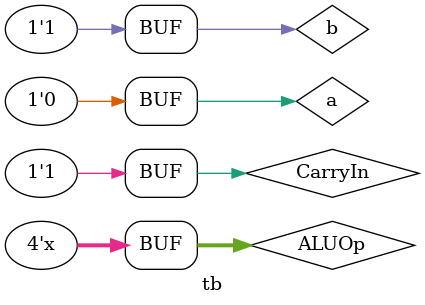
<source format=v>
module tb
(
);

reg a, b, CarryIn;
reg [3:0] ALUOp;
wire Result, CarryOut;

ALU_1_bit alu
(
	.a(a),.b(b),.CarryIn(CarryIn),.Result(Result),.CarryOut(CarryOut),.ALUOp(ALUOp)
);

initial
begin
a <= 1'b0;
b <= 1'b1;
CarryIn <= 1'b1;
ALUOp <= 4'b0;
end

always
begin
#10 ALUOp = ALUOp + 1;
end

initial
$monitor ("ALUOp = %d Result = %d CarryOut = %d", ALUOp, Result, CarryOut);

endmodule
</source>
